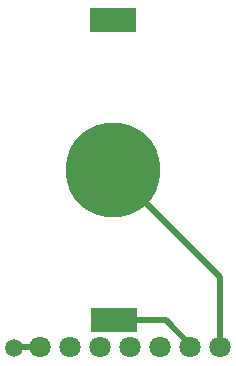
<source format=gbr>
G04 DipTrace 3.3.1.3*
G04 Top.gbr*
%MOMM*%
G04 #@! TF.FileFunction,Copper,L1,Top*
G04 #@! TF.Part,Single*
G04 #@! TA.AperFunction,Conductor*
%ADD14C,0.5*%
G04 #@! TA.AperFunction,ComponentPad*
%ADD15C,1.8*%
%ADD16C,1.5*%
%ADD17R,4.0X2.0*%
%ADD18C,8.0*%
%FSLAX35Y35*%
G04*
G71*
G90*
G75*
G01*
G04 Top*
%LPD*%
X1210267Y356890D2*
D14*
X1643850D1*
X1851077Y149667D1*
Y133333D1*
X1200267Y1626890D2*
X2105077Y722080D1*
Y133333D1*
X364217Y122473D2*
X375077Y133333D1*
X581077D1*
D15*
X2105077D3*
X1851077D3*
X1597077D3*
X1343077D3*
X1089077D3*
X835077D3*
X581077D3*
D16*
X364217Y122473D3*
D17*
X1210267Y356890D3*
D18*
X1200267Y1626890D3*
D17*
Y2896890D3*
M02*

</source>
